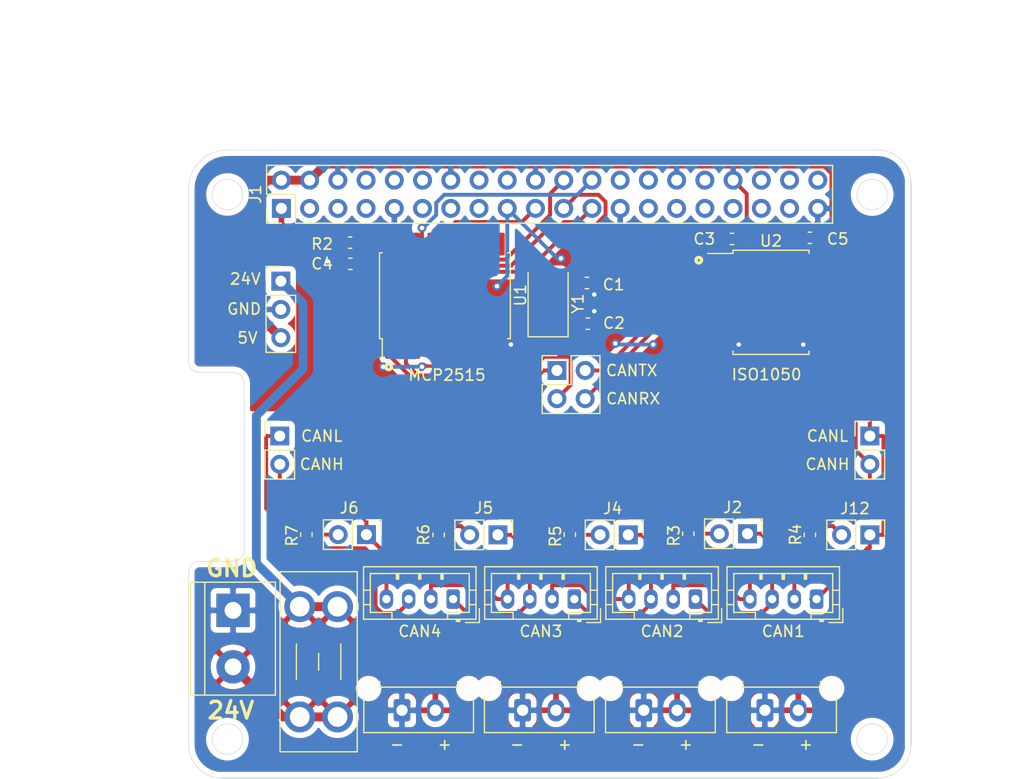
<source format=kicad_pcb>
(kicad_pcb (version 20171130) (host pcbnew "(5.1.5)-3")
  (layers (0 F.Cu signal) (31 B.Cu signal) (34 B.Paste user) (35 F.Paste user) (36 B.SilkS user) (37 F.SilkS user) (38 B.Mask user) (39 F.Mask user) (44 Edge.Cuts user))
  (net 0 "")
  (net 1 GND)
  (net 2 "Net-(C1-Pad1)")
  (net 3 "Net-(C2-Pad1)")
  (net 4 +3V3)
  (net 5 GPIO25)
  (net 6 "Net-(J2-Pad2)")
  (net 7 CANL)
  (net 8 CANH)
  (net 9 "Net-(J4-Pad2)")
  (net 10 "Net-(J5-Pad2)")
  (net 11 "Net-(J6-Pad2)")
  (net 12 "Net-(R2-Pad1)")
  (net 13 MOSI)
  (net 14 MISO)
  (net 15 SCK)
  (net 16 CS)
  (net 17 "Net-(CAN1-Pad3)")
  (net 18 "Net-(CAN1-Pad4)")
  (net 19 "Net-(CAN2-Pad4)")
  (net 20 "Net-(CAN2-Pad3)")
  (net 21 "Net-(CAN3-Pad3)")
  (net 22 "Net-(CAN3-Pad4)")
  (net 23 "Net-(CAN4-Pad4)")
  (net 24 "Net-(CAN4-Pad3)")
  (net 25 "Net-(J11-Pad1)")
  (net 26 "Net-(J11-Pad3)")
  (net 27 "Net-(J12-Pad2)")
  (net 28 /CANTX)
  (net 29 /CANRX)
  (net 30 +5V)
  (net 31 VDC)
  (net 32 "Net-(F1-Pad1)")
  (module Capacitor_SMD:C_0603_1608Metric (layer F.Cu) (at 135.8391 111.9632)
    (fp_text reference C1 (at 2.4 0.15) (layer F.SilkS))
    (fp_text value 22p)
    (pad 2 smd roundrect (at 0.7875 0) (size 0.875 0.95) (layers F.Cu F.Paste F.Mask) (net 1 GND))
    (pad 1 smd roundrect (at -0.7875 0) (size 0.875 0.95) (layers F.Cu F.Paste F.Mask) (net 2 "Net-(C1-Pad1)"))
  )
  (module Capacitor_SMD:C_0603_1608Metric (layer F.Cu) (at 135.9154 115.6208)
    (fp_text reference C2 (at 2.35 -0.05) (layer F.SilkS))
    (fp_text value 22p)
    (pad 1 smd roundrect (at -0.7875 0) (size 0.875 0.95) (layers F.Cu F.Paste F.Mask) (net 3 "Net-(C2-Pad1)"))
    (pad 2 smd roundrect (at 0.7875 0) (size 0.875 0.95) (layers F.Cu F.Paste F.Mask) (net 1 GND))
  )
  (module Connector_PinHeader_2.54mm:PinHeader_2x20_P2.54mm_Vertical (layer F.Cu) (at 108.35 105.25 90)
    (fp_text reference J1 (at 1.27 -2.33 90) (layer F.SilkS))
    (fp_text value Raspberry_Pi_2_3)
    (pad 1 thru_hole rect (at 0 0 90) (size 1.7 1.7) (drill 1) (layers *.Cu *.Mask) (net 4 +3V3))
    (pad 2 thru_hole oval (at 2.54 0 90) (size 1.7 1.7) (drill 1) (layers *.Cu *.Mask) (net 30 +5V))
    (pad 3 thru_hole oval (at 0 2.54 90) (size 1.7 1.7) (drill 1) (layers *.Cu *.Mask))
    (pad 4 thru_hole oval (at 2.54 2.54 90) (size 1.7 1.7) (drill 1) (layers *.Cu *.Mask) (net 30 +5V))
    (pad 5 thru_hole oval (at 0 5.08 90) (size 1.7 1.7) (drill 1) (layers *.Cu *.Mask))
    (pad 6 thru_hole oval (at 2.54 5.08 90) (size 1.7 1.7) (drill 1) (layers *.Cu *.Mask) (net 1 GND))
    (pad 7 thru_hole oval (at 0 7.62 90) (size 1.7 1.7) (drill 1) (layers *.Cu *.Mask))
    (pad 8 thru_hole oval (at 2.54 7.62 90) (size 1.7 1.7) (drill 1) (layers *.Cu *.Mask))
    (pad 9 thru_hole oval (at 0 10.16 90) (size 1.7 1.7) (drill 1) (layers *.Cu *.Mask) (net 1 GND))
    (pad 10 thru_hole oval (at 2.54 10.16 90) (size 1.7 1.7) (drill 1) (layers *.Cu *.Mask))
    (pad 11 thru_hole oval (at 0 12.7 90) (size 1.7 1.7) (drill 1) (layers *.Cu *.Mask))
    (pad 12 thru_hole oval (at 2.54 12.7 90) (size 1.7 1.7) (drill 1) (layers *.Cu *.Mask))
    (pad 13 thru_hole oval (at 0 15.24 90) (size 1.7 1.7) (drill 1) (layers *.Cu *.Mask))
    (pad 14 thru_hole oval (at 2.54 15.24 90) (size 1.7 1.7) (drill 1) (layers *.Cu *.Mask) (net 1 GND))
    (pad 15 thru_hole oval (at 0 17.78 90) (size 1.7 1.7) (drill 1) (layers *.Cu *.Mask))
    (pad 16 thru_hole oval (at 2.54 17.78 90) (size 1.7 1.7) (drill 1) (layers *.Cu *.Mask))
    (pad 17 thru_hole oval (at 0 20.32 90) (size 1.7 1.7) (drill 1) (layers *.Cu *.Mask) (net 4 +3V3))
    (pad 18 thru_hole oval (at 2.54 20.32 90) (size 1.7 1.7) (drill 1) (layers *.Cu *.Mask))
    (pad 19 thru_hole oval (at 0 22.86 90) (size 1.7 1.7) (drill 1) (layers *.Cu *.Mask) (net 13 MOSI))
    (pad 20 thru_hole oval (at 2.54 22.86 90) (size 1.7 1.7) (drill 1) (layers *.Cu *.Mask) (net 1 GND))
    (pad 21 thru_hole oval (at 0 25.4 90) (size 1.7 1.7) (drill 1) (layers *.Cu *.Mask) (net 14 MISO))
    (pad 22 thru_hole oval (at 2.54 25.4 90) (size 1.7 1.7) (drill 1) (layers *.Cu *.Mask) (net 5 GPIO25))
    (pad 23 thru_hole oval (at 0 27.94 90) (size 1.7 1.7) (drill 1) (layers *.Cu *.Mask) (net 15 SCK))
    (pad 24 thru_hole oval (at 2.54 27.94 90) (size 1.7 1.7) (drill 1) (layers *.Cu *.Mask) (net 16 CS))
    (pad 25 thru_hole oval (at 0 30.48 90) (size 1.7 1.7) (drill 1) (layers *.Cu *.Mask) (net 1 GND))
    (pad 26 thru_hole oval (at 2.54 30.48 90) (size 1.7 1.7) (drill 1) (layers *.Cu *.Mask))
    (pad 27 thru_hole oval (at 0 33.02 90) (size 1.7 1.7) (drill 1) (layers *.Cu *.Mask))
    (pad 28 thru_hole oval (at 2.54 33.02 90) (size 1.7 1.7) (drill 1) (layers *.Cu *.Mask))
    (pad 29 thru_hole oval (at 0 35.56 90) (size 1.7 1.7) (drill 1) (layers *.Cu *.Mask))
    (pad 30 thru_hole oval (at 2.54 35.56 90) (size 1.7 1.7) (drill 1) (layers *.Cu *.Mask) (net 1 GND))
    (pad 31 thru_hole oval (at 0 38.1 90) (size 1.7 1.7) (drill 1) (layers *.Cu *.Mask))
    (pad 32 thru_hole oval (at 2.54 38.1 90) (size 1.7 1.7) (drill 1) (layers *.Cu *.Mask))
    (pad 33 thru_hole oval (at 0 40.64 90) (size 1.7 1.7) (drill 1) (layers *.Cu *.Mask))
    (pad 34 thru_hole oval (at 2.54 40.64 90) (size 1.7 1.7) (drill 1) (layers *.Cu *.Mask) (net 1 GND))
    (pad 35 thru_hole oval (at 0 43.18 90) (size 1.7 1.7) (drill 1) (layers *.Cu *.Mask))
    (pad 36 thru_hole oval (at 2.54 43.18 90) (size 1.7 1.7) (drill 1) (layers *.Cu *.Mask))
    (pad 37 thru_hole oval (at 0 45.72 90) (size 1.7 1.7) (drill 1) (layers *.Cu *.Mask))
    (pad 38 thru_hole oval (at 2.54 45.72 90) (size 1.7 1.7) (drill 1) (layers *.Cu *.Mask))
    (pad 39 thru_hole oval (at 0 48.26 90) (size 1.7 1.7) (drill 1) (layers *.Cu *.Mask) (net 1 GND))
    (pad 40 thru_hole oval (at 2.54 48.26 90) (size 1.7 1.7) (drill 1) (layers *.Cu *.Mask))
  )
  (module Connector_PinHeader_2.54mm:PinHeader_1x02_P2.54mm_Vertical (layer F.Cu) (at 150.29 134.52 270)
    (fp_text reference J2 (at -2.37 1.34 180) (layer F.SilkS))
    (fp_text value Conn_01x02)
    (pad 1 thru_hole rect (at 0 0 270) (size 1.7 1.7) (drill 1) (layers *.Cu *.Mask) (net 17 "Net-(CAN1-Pad3)"))
    (pad 2 thru_hole oval (at 0 2.54 270) (size 1.7 1.7) (drill 1) (layers *.Cu *.Mask) (net 6 "Net-(J2-Pad2)"))
  )
  (module Connector_JST:JST_PH_B4B-PH-K_1x04_P2.00mm_Vertical (layer F.Cu) (at 156.5 140.4 180)
    (fp_text reference CAN1 (at 3 -2.9) (layer F.SilkS))
    (fp_text value Conn_01x04)
    (pad 1 thru_hole roundrect (at 0 0 180) (size 1.2 1.75) (drill 0.75) (layers *.Cu *.Mask) (roundrect_rratio 0.208333) (net 7 CANL))
    (pad 2 thru_hole oval (at 2 0 180) (size 1.2 1.75) (drill 0.75) (layers *.Cu *.Mask) (net 8 CANH))
    (pad 3 thru_hole oval (at 4 0 180) (size 1.2 1.75) (drill 0.75) (layers *.Cu *.Mask) (net 17 "Net-(CAN1-Pad3)"))
    (pad 4 thru_hole oval (at 6 0 180) (size 1.2 1.75) (drill 0.75) (layers *.Cu *.Mask) (net 18 "Net-(CAN1-Pad4)"))
  )
  (module Connector_PinHeader_2.54mm:PinHeader_1x02_P2.54mm_Vertical (layer F.Cu) (at 139.56 134.62 270)
    (fp_text reference J4 (at -2.37 1.41 180) (layer F.SilkS))
    (fp_text value Conn_01x02)
    (pad 2 thru_hole oval (at 0 2.54 270) (size 1.7 1.7) (drill 1) (layers *.Cu *.Mask) (net 9 "Net-(J4-Pad2)"))
    (pad 1 thru_hole rect (at 0 0 270) (size 1.7 1.7) (drill 1) (layers *.Cu *.Mask) (net 20 "Net-(CAN2-Pad3)"))
  )
  (module Connector_PinHeader_2.54mm:PinHeader_1x02_P2.54mm_Vertical (layer F.Cu) (at 127.83 134.62 270)
    (fp_text reference J5 (at -2.42 1.28 180) (layer F.SilkS))
    (fp_text value Conn_01x02)
    (pad 1 thru_hole rect (at 0 0 270) (size 1.7 1.7) (drill 1) (layers *.Cu *.Mask) (net 21 "Net-(CAN3-Pad3)"))
    (pad 2 thru_hole oval (at 0 2.54 270) (size 1.7 1.7) (drill 1) (layers *.Cu *.Mask) (net 10 "Net-(J5-Pad2)"))
  )
  (module Connector_PinHeader_2.54mm:PinHeader_1x02_P2.54mm_Vertical (layer F.Cu) (at 116 134.6 270)
    (fp_text reference J6 (at -2.4 1.55 180) (layer F.SilkS))
    (fp_text value Conn_01x02)
    (pad 2 thru_hole oval (at 0 2.54 270) (size 1.7 1.7) (drill 1) (layers *.Cu *.Mask) (net 11 "Net-(J6-Pad2)"))
    (pad 1 thru_hole rect (at 0 0 270) (size 1.7 1.7) (drill 1) (layers *.Cu *.Mask) (net 23 "Net-(CAN4-Pad4)"))
  )
  (module Connector_JST:JST_PH_B4B-PH-K_1x04_P2.00mm_Vertical (layer F.Cu) (at 145.6 140.4 180)
    (fp_text reference CAN2 (at 3 -2.9) (layer F.SilkS))
    (fp_text value Conn_01x04)
    (pad 4 thru_hole oval (at 6 0 180) (size 1.2 1.75) (drill 0.75) (layers *.Cu *.Mask) (net 19 "Net-(CAN2-Pad4)"))
    (pad 3 thru_hole oval (at 4 0 180) (size 1.2 1.75) (drill 0.75) (layers *.Cu *.Mask) (net 20 "Net-(CAN2-Pad3)"))
    (pad 2 thru_hole oval (at 2 0 180) (size 1.2 1.75) (drill 0.75) (layers *.Cu *.Mask) (net 18 "Net-(CAN1-Pad4)"))
    (pad 1 thru_hole roundrect (at 0 0 180) (size 1.2 1.75) (drill 0.75) (layers *.Cu *.Mask) (roundrect_rratio 0.208333) (net 17 "Net-(CAN1-Pad3)"))
  )
  (module Connector_JST:JST_PH_B4B-PH-K_1x04_P2.00mm_Vertical (layer F.Cu) (at 134.7 140.4 180)
    (fp_text reference CAN3 (at 3 -2.9) (layer F.SilkS))
    (fp_text value Conn_01x04)
    (pad 1 thru_hole roundrect (at 0 0 180) (size 1.2 1.75) (drill 0.75) (layers *.Cu *.Mask) (roundrect_rratio 0.208333) (net 20 "Net-(CAN2-Pad3)"))
    (pad 2 thru_hole oval (at 2 0 180) (size 1.2 1.75) (drill 0.75) (layers *.Cu *.Mask) (net 19 "Net-(CAN2-Pad4)"))
    (pad 3 thru_hole oval (at 4 0 180) (size 1.2 1.75) (drill 0.75) (layers *.Cu *.Mask) (net 21 "Net-(CAN3-Pad3)"))
    (pad 4 thru_hole oval (at 6 0 180) (size 1.2 1.75) (drill 0.75) (layers *.Cu *.Mask) (net 22 "Net-(CAN3-Pad4)"))
  )
  (module Connector_JST:JST_PH_B4B-PH-K_1x04_P2.00mm_Vertical (layer F.Cu) (at 123.8 140.4 180)
    (fp_text reference CAN4 (at 3 -2.9) (layer F.SilkS))
    (fp_text value Conn_01x04)
    (pad 4 thru_hole oval (at 6 0 180) (size 1.2 1.75) (drill 0.75) (layers *.Cu *.Mask) (net 23 "Net-(CAN4-Pad4)"))
    (pad 3 thru_hole oval (at 4 0 180) (size 1.2 1.75) (drill 0.75) (layers *.Cu *.Mask) (net 24 "Net-(CAN4-Pad3)"))
    (pad 2 thru_hole oval (at 2 0 180) (size 1.2 1.75) (drill 0.75) (layers *.Cu *.Mask) (net 22 "Net-(CAN3-Pad4)"))
    (pad 1 thru_hole roundrect (at 0 0 180) (size 1.2 1.75) (drill 0.75) (layers *.Cu *.Mask) (roundrect_rratio 0.208333) (net 21 "Net-(CAN3-Pad3)"))
  )
  (module Resistor_SMD:R_0603_1608Metric (layer F.Cu) (at 114.5286 108.331)
    (fp_text reference R2 (at -2.5146 0.127) (layer F.SilkS))
    (fp_text value 10k)
    (pad 1 smd roundrect (at -0.7875 0) (size 0.875 0.95) (layers F.Cu F.Paste F.Mask) (net 12 "Net-(R2-Pad1)"))
    (pad 2 smd roundrect (at 0.7875 0) (size 0.875 0.95) (layers F.Cu F.Paste F.Mask) (net 4 +3V3))
  )
  (module Resistor_SMD:R_0603_1608Metric (layer F.Cu) (at 144.956 134.52 270)
    (fp_text reference R3 (at 0.18 1.3 90) (layer F.SilkS))
    (fp_text value 120R)
    (pad 1 smd roundrect (at -0.7875 0 270) (size 0.875 0.95) (layers F.Cu F.Paste F.Mask) (net 6 "Net-(J2-Pad2)"))
    (pad 2 smd roundrect (at 0.7875 0 270) (size 0.875 0.95) (layers F.Cu F.Paste F.Mask) (net 18 "Net-(CAN1-Pad4)"))
  )
  (module Resistor_SMD:R_0603_1608Metric (layer F.Cu) (at 155.9 134.62 90)
    (fp_text reference R4 (at 0.02 -1.3 90) (layer F.SilkS))
    (fp_text value 120R)
    (pad 2 smd roundrect (at 0.7875 0 90) (size 0.875 0.95) (layers F.Cu F.Paste F.Mask) (net 27 "Net-(J12-Pad2)"))
    (pad 1 smd roundrect (at -0.7875 0 90) (size 0.875 0.95) (layers F.Cu F.Paste F.Mask) (net 8 CANH))
  )
  (module Resistor_SMD:R_0603_1608Metric (layer F.Cu) (at 134.3 134.6 270)
    (fp_text reference R5 (at 0.15 1.3 90) (layer F.SilkS))
    (fp_text value 120R)
    (pad 1 smd roundrect (at -0.7875 0 270) (size 0.875 0.95) (layers F.Cu F.Paste F.Mask) (net 9 "Net-(J4-Pad2)"))
    (pad 2 smd roundrect (at 0.7875 0 270) (size 0.875 0.95) (layers F.Cu F.Paste F.Mask) (net 19 "Net-(CAN2-Pad4)"))
  )
  (module Resistor_SMD:R_0603_1608Metric (layer F.Cu) (at 122.5 134.62 270)
    (fp_text reference R6 (at 0 1.35 90) (layer F.SilkS))
    (fp_text value 120R)
    (pad 2 smd roundrect (at 0.7875 0 270) (size 0.875 0.95) (layers F.Cu F.Paste F.Mask) (net 22 "Net-(CAN3-Pad4)"))
    (pad 1 smd roundrect (at -0.7875 0 270) (size 0.875 0.95) (layers F.Cu F.Paste F.Mask) (net 10 "Net-(J5-Pad2)"))
  )
  (module Resistor_SMD:R_0603_1608Metric (layer F.Cu) (at 110.6 134.6 270)
    (fp_text reference R7 (at 0.1 1.3 90) (layer F.SilkS))
    (fp_text value 120R)
    (pad 1 smd roundrect (at -0.7875 0 270) (size 0.875 0.95) (layers F.Cu F.Paste F.Mask) (net 11 "Net-(J6-Pad2)"))
    (pad 2 smd roundrect (at 0.7875 0 270) (size 0.875 0.95) (layers F.Cu F.Paste F.Mask) (net 24 "Net-(CAN4-Pad3)"))
  )
  (module Package_SO:SOIC-18W_7.5x11.6mm_P1.27mm (layer F.Cu) (at 123.063 113.1062 90)
    (fp_text reference U1 (at 0.0432 6.796 270) (layer F.SilkS))
    (fp_text value MCP2515-xSO)
    (pad 1 smd roundrect (at -4.65 -5.08 90) (size 2.05 0.6) (layers F.Cu F.Paste F.Mask) (net 25 "Net-(J11-Pad1)"))
    (pad 2 smd roundrect (at -4.65 -3.81 90) (size 2.05 0.6) (layers F.Cu F.Paste F.Mask) (net 26 "Net-(J11-Pad3)"))
    (pad 3 smd roundrect (at -4.65 -2.54 90) (size 2.05 0.6) (layers F.Cu F.Paste F.Mask))
    (pad 4 smd roundrect (at -4.65 -1.27 90) (size 2.05 0.6) (layers F.Cu F.Paste F.Mask))
    (pad 5 smd roundrect (at -4.65 0 90) (size 2.05 0.6) (layers F.Cu F.Paste F.Mask))
    (pad 6 smd roundrect (at -4.65 1.27 90) (size 2.05 0.6) (layers F.Cu F.Paste F.Mask))
    (pad 7 smd roundrect (at -4.65 2.54 90) (size 2.05 0.6) (layers F.Cu F.Paste F.Mask) (net 2 "Net-(C1-Pad1)"))
    (pad 8 smd roundrect (at -4.65 3.81 90) (size 2.05 0.6) (layers F.Cu F.Paste F.Mask) (net 3 "Net-(C2-Pad1)"))
    (pad 9 smd roundrect (at -4.65 5.08 90) (size 2.05 0.6) (layers F.Cu F.Paste F.Mask) (net 1 GND))
    (pad 10 smd roundrect (at 4.65 5.08 90) (size 2.05 0.6) (layers F.Cu F.Paste F.Mask))
    (pad 11 smd roundrect (at 4.65 3.81 90) (size 2.05 0.6) (layers F.Cu F.Paste F.Mask))
    (pad 12 smd roundrect (at 4.65 2.54 90) (size 2.05 0.6) (layers F.Cu F.Paste F.Mask) (net 5 GPIO25))
    (pad 13 smd roundrect (at 4.65 1.27 90) (size 2.05 0.6) (layers F.Cu F.Paste F.Mask) (net 15 SCK))
    (pad 14 smd roundrect (at 4.65 0 90) (size 2.05 0.6) (layers F.Cu F.Paste F.Mask) (net 13 MOSI))
    (pad 15 smd roundrect (at 4.65 -1.27 90) (size 2.05 0.6) (layers F.Cu F.Paste F.Mask) (net 14 MISO))
    (pad 16 smd roundrect (at 4.65 -2.54 90) (size 2.05 0.6) (layers F.Cu F.Paste F.Mask) (net 16 CS))
    (pad 17 smd roundrect (at 4.65 -3.81 90) (size 2.05 0.6) (layers F.Cu F.Paste F.Mask) (net 12 "Net-(R2-Pad1)"))
    (pad 18 smd roundrect (at 4.65 -5.08 90) (size 2.05 0.6) (layers F.Cu F.Paste F.Mask) (net 4 +3V3))
  )
  (module Crystal:Crystal_SMD_5032-2Pin_5.0x3.2mm (layer F.Cu) (at 132.3442 113.7526 90)
    (fp_text reference Y1 (at -0.0648 2.6822 90) (layer F.SilkS))
    (fp_text value Crystal)
    (pad 1 smd rect (at -1.85 0 90) (size 2 2.4) (layers F.Cu F.Paste F.Mask) (net 3 "Net-(C2-Pad1)"))
    (pad 2 smd rect (at 1.85 0 90) (size 2 2.4) (layers F.Cu F.Paste F.Mask) (net 2 "Net-(C1-Pad1)"))
  )
  (module TerminalBlock:TerminalBlock_bornier-2_P5.08mm (layer F.Cu) (at 104 141.416 270)
    (fp_text reference J3 hide)
    (fp_text value Conn_01x02)
    (pad 1 thru_hole rect (at 0 0 270) (size 3 3) (drill 1.52) (layers *.Cu *.Mask) (net 1 GND))
    (pad 2 thru_hole circle (at 5.08 0 270) (size 3 3) (drill 1.52) (layers *.Cu *.Mask) (net 32 "Net-(F1-Pad1)"))
  )
  (module Capacitor_SMD:C_0603_1608Metric (layer F.Cu) (at 148.9 108 180)
    (fp_text reference C3 (at 2.5 0) (layer F.SilkS))
    (fp_text value 0.1uF)
    (pad 1 smd roundrect (at -0.7875 0 180) (size 0.875 0.95) (layers F.Cu F.Paste F.Mask) (net 1 GND))
    (pad 2 smd roundrect (at 0.7875 0 180) (size 0.875 0.95) (layers F.Cu F.Paste F.Mask) (net 4 +3V3))
  )
  (module Capacitor_SMD:C_0603_1608Metric (layer F.Cu) (at 114.554 110.236)
    (fp_text reference C4 (at -2.54 0) (layer F.SilkS))
    (fp_text value 0.1uF)
    (pad 2 smd roundrect (at 0.7875 0) (size 0.875 0.95) (layers F.Cu F.Paste F.Mask) (net 4 +3V3))
    (pad 1 smd roundrect (at -0.7875 0) (size 0.875 0.95) (layers F.Cu F.Paste F.Mask) (net 1 GND))
  )
  (module Connector_PinHeader_2.54mm:PinHeader_2x02_P2.54mm_Vertical (layer F.Cu) (at 133.14 119.83)
    (fp_text reference J11 hide)
    (fp_text value Conn_02x02_Odd_Even)
    (pad 1 thru_hole rect (at 0 0) (size 1.7 1.7) (drill 1) (layers *.Cu *.Mask) (net 25 "Net-(J11-Pad1)"))
    (pad 2 thru_hole oval (at 2.54 0) (size 1.7 1.7) (drill 1) (layers *.Cu *.Mask) (net 28 /CANTX))
    (pad 3 thru_hole oval (at 0 2.54) (size 1.7 1.7) (drill 1) (layers *.Cu *.Mask) (net 26 "Net-(J11-Pad3)"))
    (pad 4 thru_hole oval (at 2.54 2.54) (size 1.7 1.7) (drill 1) (layers *.Cu *.Mask) (net 29 /CANRX))
  )
  (module Connector_PinHeader_2.54mm:PinHeader_1x02_P2.54mm_Vertical (layer F.Cu) (at 161.29 134.62 270)
    (fp_text reference J12 (at -2.37 1.34 180) (layer F.SilkS))
    (fp_text value Conn_01x02)
    (pad 2 thru_hole oval (at 0 2.54 270) (size 1.7 1.7) (drill 1) (layers *.Cu *.Mask) (net 27 "Net-(J12-Pad2)"))
    (pad 1 thru_hole rect (at 0 0 270) (size 1.7 1.7) (drill 1) (layers *.Cu *.Mask) (net 7 CANL))
  )
  (module Connector_PinHeader_2.54mm:PinHeader_1x02_P2.54mm_Vertical (layer F.Cu) (at 161.29 125.73)
    (fp_text reference J13 hide)
    (fp_text value Conn_01x02)
    (pad 1 thru_hole rect (at 0 0) (size 1.7 1.7) (drill 1) (layers *.Cu *.Mask) (net 7 CANL))
    (pad 2 thru_hole oval (at 0 2.54) (size 1.7 1.7) (drill 1) (layers *.Cu *.Mask) (net 8 CANH))
  )
  (module Connector_PinHeader_2.54mm:PinHeader_1x02_P2.54mm_Vertical (layer F.Cu) (at 108.204 125.73)
    (fp_text reference J14 hide)
    (fp_text value Conn_01x02)
    (pad 1 thru_hole rect (at 0 0) (size 1.7 1.7) (drill 1) (layers *.Cu *.Mask) (net 24 "Net-(CAN4-Pad3)"))
    (pad 2 thru_hole oval (at 0 2.54) (size 1.7 1.7) (drill 1) (layers *.Cu *.Mask) (net 23 "Net-(CAN4-Pad4)"))
  )
  (module Connector_PinHeader_2.54mm:PinHeader_1x03_P2.54mm_Vertical (layer F.Cu) (at 108.3 111.8)
    (fp_text reference J15 hide)
    (fp_text value Conn_01x04)
    (pad 1 thru_hole rect (at 0 0) (size 1.7 1.7) (drill 1) (layers *.Cu *.Mask) (net 31 VDC))
    (pad 2 thru_hole oval (at 0 2.54) (size 1.7 1.7) (drill 1) (layers *.Cu *.Mask) (net 1 GND))
    (pad 3 thru_hole oval (at 0 5.08) (size 1.7 1.7) (drill 1) (layers *.Cu *.Mask) (net 30 +5V))
  )
  (module Package_SO:SOP-8_6.62x9.15mm_P2.54mm (layer F.Cu) (at 152.4 113.7)
    (fp_text reference U2 (at 0 -5.52) (layer F.SilkS))
    (fp_text value ISO1050DUB)
    (pad 1 smd roundrect (at -4.525 -3.81) (size 2.35 0.65) (layers F.Cu F.Paste F.Mask) (net 4 +3V3))
    (pad 2 smd roundrect (at -4.525 -1.27) (size 2.35 0.65) (layers F.Cu F.Paste F.Mask) (net 28 /CANTX))
    (pad 3 smd roundrect (at -4.525 1.27) (size 2.35 0.65) (layers F.Cu F.Paste F.Mask) (net 29 /CANRX))
    (pad 4 smd roundrect (at -4.525 3.81) (size 2.35 0.65) (layers F.Cu F.Paste F.Mask) (net 1 GND))
    (pad 5 smd roundrect (at 4.525 3.81) (size 2.35 0.65) (layers F.Cu F.Paste F.Mask) (net 1 GND))
    (pad 6 smd roundrect (at 4.525 1.27) (size 2.35 0.65) (layers F.Cu F.Paste F.Mask) (net 7 CANL))
    (pad 7 smd roundrect (at 4.525 -1.27) (size 2.35 0.65) (layers F.Cu F.Paste F.Mask) (net 8 CANH))
    (pad 8 smd roundrect (at 4.525 -3.81) (size 2.35 0.65) (layers F.Cu F.Paste F.Mask) (net 30 +5V))
  )
  (module Capacitor_SMD:C_0603_1608Metric (layer F.Cu) (at 155.9 107.9)
    (fp_text reference C5 (at 2.5 0.1) (layer F.SilkS))
    (fp_text value 0.1uF)
    (pad 1 smd roundrect (at -0.7875 0) (size 0.875 0.95) (layers F.Cu F.Paste F.Mask) (net 1 GND))
    (pad 2 smd roundrect (at 0.7875 0) (size 0.875 0.95) (layers F.Cu F.Paste F.Mask) (net 30 +5V))
  )
  (module Fuse:Fuseholder_Blade_Mini_Keystone_3568 (layer F.Cu) (at 110 151 90)
    (fp_text reference F1 hide)
    (fp_text value Fuse)
    (pad 1 thru_hole circle (at 0 0 90) (size 2.78 2.78) (drill 1.78) (layers *.Cu *.Mask) (net 32 "Net-(F1-Pad1)"))
    (pad 1 thru_hole circle (at 0 3.4 90) (size 2.78 2.78) (drill 1.78) (layers *.Cu *.Mask) (net 32 "Net-(F1-Pad1)"))
    (pad 2 thru_hole circle (at 9.92 0 90) (size 2.78 2.78) (drill 1.78) (layers *.Cu *.Mask) (net 31 VDC))
    (pad 2 thru_hole circle (at 9.92 3.4 90) (size 2.78 2.78) (drill 1.78) (layers *.Cu *.Mask) (net 31 VDC))
  )
  (module Connector_Molex:Molex_Micro-Fit_3.0_43650-0215_1x02_P3.00mm_Vertical (layer F.Cu) (at 151.85 150.4)
    (fp_text reference J7 hide)
    (fp_text value Conn_01x02)
    (pad "" np_thru_hole circle (at -3 -1.96) (size 1.27 1.27) (drill 1.27) (layers *.Cu *.Mask))
    (pad "" np_thru_hole circle (at 6 -1.96) (size 1.27 1.27) (drill 1.27) (layers *.Cu *.Mask))
    (pad 1 thru_hole roundrect (at 0 0) (size 1.5 2.02) (drill 1.02) (layers *.Cu *.Mask) (roundrect_rratio 0.166667) (net 1 GND))
    (pad 2 thru_hole oval (at 3 0) (size 1.5 2.02) (drill 1.02) (layers *.Cu *.Mask) (net 31 VDC))
  )
  (module Connector_Molex:Molex_Micro-Fit_3.0_43650-0215_1x02_P3.00mm_Vertical (layer F.Cu) (at 140.95 150.4)
    (fp_text reference J8 hide)
    (fp_text value Conn_01x02)
    (pad "" np_thru_hole circle (at -3 -1.96) (size 1.27 1.27) (drill 1.27) (layers *.Cu *.Mask))
    (pad "" np_thru_hole circle (at 6 -1.96) (size 1.27 1.27) (drill 1.27) (layers *.Cu *.Mask))
    (pad 1 thru_hole roundrect (at 0 0) (size 1.5 2.02) (drill 1.02) (layers *.Cu *.Mask) (roundrect_rratio 0.166667) (net 1 GND))
    (pad 2 thru_hole oval (at 3 0) (size 1.5 2.02) (drill 1.02) (layers *.Cu *.Mask) (net 31 VDC))
  )
  (module Connector_Molex:Molex_Micro-Fit_3.0_43650-0215_1x02_P3.00mm_Vertical (layer F.Cu) (at 130.05 150.4)
    (fp_text reference J9 hide)
    (fp_text value Conn_01x02)
    (pad 2 thru_hole oval (at 3 0) (size 1.5 2.02) (drill 1.02) (layers *.Cu *.Mask) (net 31 VDC))
    (pad 1 thru_hole roundrect (at 0 0) (size 1.5 2.02) (drill 1.02) (layers *.Cu *.Mask) (roundrect_rratio 0.166667) (net 1 GND))
    (pad "" np_thru_hole circle (at 6 -1.96) (size 1.27 1.27) (drill 1.27) (layers *.Cu *.Mask))
    (pad "" np_thru_hole circle (at -3 -1.96) (size 1.27 1.27) (drill 1.27) (layers *.Cu *.Mask))
  )
  (module Connector_Molex:Molex_Micro-Fit_3.0_43650-0215_1x02_P3.00mm_Vertical (layer F.Cu) (at 119.2 150.4)
    (fp_text reference J10 hide)
    (fp_text value Conn_01x02)
    (pad "" np_thru_hole circle (at -3 -1.96) (size 1.27 1.27) (drill 1.27) (layers *.Cu *.Mask))
    (pad "" np_thru_hole circle (at 6 -1.96) (size 1.27 1.27) (drill 1.27) (layers *.Cu *.Mask))
    (pad 1 thru_hole roundrect (at 0 0) (size 1.5 2.02) (drill 1.02) (layers *.Cu *.Mask) (roundrect_rratio 0.166667) (net 1 GND))
    (pad 2 thru_hole oval (at 3 0) (size 1.5 2.02) (drill 1.02) (layers *.Cu *.Mask) (net 31 VDC))
  )
  (gr_text "+    -" (at 153.4 153.6 180) (layer F.SilkS) (effects (font (size 1 1))))
  (gr_text "+    -" (at 142.6 153.6 180) (layer F.SilkS) (effects (font (size 1 1))))
  (gr_text "+    -" (at 131.7 153.6 180) (layer F.SilkS) (effects (font (size 1 1))))
  (gr_text "+    -" (at 120.9 153.6 180) (layer F.SilkS) (effects (font (size 1 1))))
  (gr_circle (center 117.9998 119.5095) (end 118.0998 119.5095) (layer F.SilkS) (width 0.3))
  (gr_circle (center 145.8998 109.9095) (end 145.9998 109.9095) (layer F.SilkS) (width 0.3))
  (gr_text 24V (at 105.1 111.6) (layer F.SilkS) (effects (font (size 1 1))))
  (gr_text GND (at 105 114.3) (layer F.SilkS) (effects (font (size 1 1))))
  (gr_text 5V (at 105.3 116.9) (layer F.SilkS) (effects (font (size 1 1))))
  (gr_text ISO1050 (at 152 120.2) (layer F.SilkS) (effects (font (size 1 1))))
  (gr_text MCP2515 (at 123.25 120.25) (layer F.SilkS) (effects (font (size 1 1))))
  (gr_text CANH (at 111.98 128.27) (layer F.SilkS) (effects (font (size 1 1))))
  (gr_text CANL (at 111.98 125.73) (layer F.SilkS) (effects (font (size 1 1))))
  (gr_text CANRX (at 139.998 122.37) (layer F.SilkS) (effects (font (size 1 1))))
  (gr_text CANTX (at 137.458 119.83) (layer F.SilkS) (effects (font (size 1 1)) (justify left)))
  (gr_text CANL (at 157.48 125.73) (layer F.SilkS) (effects (font (size 1 1))))
  (gr_text CANH (at 157.48 128.27) (layer F.SilkS) (effects (font (size 1 1))))
  (gr_line (start 100 103.5) (end 100 119) (layer Edge.Cuts) (width 0.05))
  (gr_arc (start 101 138) (end 101 137) (angle -90) (layer Edge.Cuts) (width 0.05))
  (gr_arc (start 104 136) (end 104 137) (angle -90) (layer Edge.Cuts) (width 0.05))
  (gr_arc (start 104 121) (end 105 121) (angle -90) (layer Edge.Cuts) (width 0.05))
  (gr_arc (start 101 119) (end 100 119) (angle -90) (layer Edge.Cuts) (width 0.05))
  (gr_line (start 104 137) (end 101 137) (layer Edge.Cuts) (width 0.05))
  (gr_line (start 105 121) (end 105 136) (layer Edge.Cuts) (width 0.05))
  (gr_line (start 101 120) (end 104 120) (layer Edge.Cuts) (width 0.05))
  (gr_text 24V (at 103.8 150.416) (layer F.SilkS) (effects (font (size 1.5 1.5) (thickness 0.3))))
  (gr_text GND (at 103.886 137.616) (layer F.SilkS) (effects (font (size 1.5 1.5) (thickness 0.3))))
  (gr_line (start 100 153.5) (end 100 138) (layer Edge.Cuts) (width 0.05))
  (gr_line (start 103.5 100) (end 161.95 100) (layer Edge.Cuts) (width 0.05))
  (gr_line (start 161.95 100) (end 162 100) (layer Edge.Cuts) (width 0.05))
  (gr_circle (center 161.5 153) (end 162.875 153) (layer Edge.Cuts) (width 0.05))
  (gr_circle (center 161.5 104) (end 162.875 104) (layer Edge.Cuts) (width 0.05))
  (gr_circle (center 103.5 104) (end 104.875 104) (layer Edge.Cuts) (width 0.05))
  (gr_circle (center 103.5 153) (end 104.875 153) (layer Edge.Cuts) (width 0.05))
  (gr_arc (start 103 153.5) (end 100 153.5) (angle -90) (layer Edge.Cuts) (width 0.05))
  (gr_arc (start 162 103) (end 165 103) (angle -90) (layer Edge.Cuts) (width 0.05))
  (gr_arc (start 162 153.5) (end 162 156.5) (angle -90) (layer Edge.Cuts) (width 0.05))
  (gr_arc (start 103.5 103.5) (end 103.5 100) (angle -90) (layer Edge.Cuts) (width 0.05))
  (gr_line (start 165 103) (end 165 153.5) (layer Edge.Cuts) (width 0.1))
  (gr_line (start 162 156.5) (end 103 156.5) (layer Edge.Cuts) (width 0.1))
  (via (at 112.5 110) (size 0.8) (drill 0.4) (layers F.Cu B.Cu) (net 1))
  (segment (start 113.7665 110.236) (end 112.736 110.236) (width 0.35) (layer F.Cu) (net 1))
  (segment (start 112.736 110.236) (end 112.5 110) (width 0.35) (layer F.Cu) (net 1))
  (via (at 136.5 113) (size 0.8) (drill 0.4) (layers F.Cu B.Cu) (net 1))
  (segment (start 136.6266 111.9632) (end 136.6266 112.8734) (width 0.35) (layer F.Cu) (net 1))
  (segment (start 136.6266 112.8734) (end 136.5 113) (width 0.35) (layer F.Cu) (net 1))
  (via (at 136.5 114.5) (size 0.8) (drill 0.4) (layers F.Cu B.Cu) (net 1))
  (segment (start 136.7029 115.6208) (end 136.7029 114.7029) (width 0.35) (layer F.Cu) (net 1))
  (segment (start 136.7029 114.7029) (end 136.5 114.5) (width 0.35) (layer F.Cu) (net 1))
  (via (at 129 117.5) (size 0.8) (drill 0.4) (layers F.Cu B.Cu) (net 1))
  (segment (start 128.143 117.7562) (end 128.7438 117.7562) (width 0.35) (layer F.Cu) (net 1))
  (segment (start 128.7438 117.7562) (end 129 117.5) (width 0.35) (layer F.Cu) (net 1))
  (segment (start 147.875 117.51) (end 149.49 117.51) (width 0.35) (layer F.Cu) (net 1))
  (via (at 149.5 117.5) (size 0.8) (drill 0.4) (layers F.Cu B.Cu) (net 1))
  (segment (start 149.49 117.51) (end 149.5 117.5) (width 0.35) (layer F.Cu) (net 1))
  (via (at 155.3 117.5) (size 0.8) (drill 0.4) (layers F.Cu B.Cu) (net 1))
  (segment (start 156.925 117.51) (end 155.31 117.51) (width 0.35) (layer F.Cu) (net 1))
  (segment (start 155.31 117.51) (end 155.3 117.5) (width 0.35) (layer F.Cu) (net 1))
  (segment (start 156.61 106.4025) (end 155.1125 107.9) (width 0.35) (layer F.Cu) (net 1))
  (segment (start 156.61 105.25) (end 156.61 106.4025) (width 0.35) (layer F.Cu) (net 1))
  (segment (start 150.215001 106.997499) (end 150.215001 103.935001) (width 0.35) (layer F.Cu) (net 1))
  (segment (start 149.6875 107.525) (end 150.215001 106.997499) (width 0.35) (layer F.Cu) (net 1))
  (segment (start 150.215001 103.935001) (end 148.99 102.71) (width 0.35) (layer F.Cu) (net 1))
  (segment (start 149.6875 108) (end 149.6875 107.525) (width 0.35) (layer F.Cu) (net 1))
  (segment (start 132.4048 111.9632) (end 132.3442 111.9026) (width 0.35) (layer F.Cu) (net 2))
  (segment (start 135.0516 111.9632) (end 132.4048 111.9632) (width 0.35) (layer F.Cu) (net 2))
  (segment (start 132.3442 111.9026) (end 130.3372 111.9026) (width 0.35) (layer F.Cu) (net 2))
  (segment (start 125.603 116.6368) (end 125.603 117.7562) (width 0.35) (layer F.Cu) (net 2))
  (segment (start 130.3372 111.9026) (end 125.603 116.6368) (width 0.35) (layer F.Cu) (net 2))
  (segment (start 130.7942 115.6026) (end 132.3442 115.6026) (width 0.35) (layer F.Cu) (net 3))
  (segment (start 127.46799 116.663732) (end 128.529122 115.6026) (width 0.35) (layer F.Cu) (net 3))
  (segment (start 127.46799 117.16121) (end 127.46799 116.663732) (width 0.35) (layer F.Cu) (net 3))
  (segment (start 128.529122 115.6026) (end 130.7942 115.6026) (width 0.35) (layer F.Cu) (net 3))
  (segment (start 126.873 117.7562) (end 127.46799 117.16121) (width 0.35) (layer F.Cu) (net 3))
  (segment (start 135.1097 115.6026) (end 135.1279 115.6208) (width 0.35) (layer F.Cu) (net 3))
  (segment (start 132.3442 115.6026) (end 135.1097 115.6026) (width 0.35) (layer F.Cu) (net 3))
  (segment (start 115.3161 108.331) (end 116.6368 108.331) (width 0.35) (layer F.Cu) (net 4))
  (segment (start 116.6368 108.331) (end 116.6876 108.3818) (width 0.35) (layer F.Cu) (net 4))
  (segment (start 116.762 108.4562) (end 116.6876 108.3818) (width 0.35) (layer F.Cu) (net 4))
  (segment (start 117.983 108.4562) (end 116.762 108.4562) (width 0.35) (layer F.Cu) (net 4))
  (segment (start 115.3415 109.761) (end 115.3415 110.236) (width 0.35) (layer F.Cu) (net 4))
  (segment (start 116.6463 108.4562) (end 115.3415 109.761) (width 0.35) (layer F.Cu) (net 4))
  (segment (start 117.983 108.4562) (end 116.6463 108.4562) (width 0.35) (layer F.Cu) (net 4))
  (via (at 117.5 119.5) (size 0.8) (drill 0.4) (layers F.Cu B.Cu) (net 4))
  (via (at 121 119.5) (size 0.8) (drill 0.4) (layers F.Cu B.Cu) (net 4))
  (segment (start 117.5 119.5) (end 121 119.5) (width 0.35) (layer B.Cu) (net 4))
  (segment (start 128.67 111.33) (end 127.75 112.25) (width 0.35) (layer B.Cu) (net 4))
  (segment (start 128.67 105.25) (end 128.67 111.33) (width 0.35) (layer B.Cu) (net 4))
  (via (at 127.75 112.25) (size 0.8) (drill 0.4) (layers F.Cu B.Cu) (net 4))
  (via (at 133.5 109.75) (size 0.8) (drill 0.4) (layers F.Cu B.Cu) (net 4))
  (segment (start 133.17 109.75) (end 133.5 109.75) (width 0.35) (layer B.Cu) (net 4))
  (segment (start 128.67 105.25) (end 133.17 109.75) (width 0.35) (layer B.Cu) (net 4))
  (segment (start 148.1125 109.6525) (end 147.875 109.89) (width 0.35) (layer F.Cu) (net 4))
  (segment (start 148.1125 108) (end 148.1125 109.6525) (width 0.35) (layer F.Cu) (net 4))
  (segment (start 138.5 117.5) (end 138.4 117.4) (width 0.35) (layer B.Cu) (net 4))
  (via (at 138.4 117.4) (size 0.8) (drill 0.4) (layers F.Cu B.Cu) (net 4))
  (via (at 141.8 117.5) (size 0.8) (drill 0.4) (layers F.Cu B.Cu) (net 4))
  (segment (start 141.8 117.5) (end 138.5 117.5) (width 0.35) (layer B.Cu) (net 4))
  (segment (start 133.75 102.71) (end 133.75 103.436998) (width 0.35) (layer F.Cu) (net 5))
  (segment (start 132.900001 103.559999) (end 133.75 102.71) (width 0.35) (layer F.Cu) (net 5))
  (segment (start 132.524999 103.935001) (end 132.900001 103.559999) (width 0.35) (layer F.Cu) (net 5))
  (segment (start 132.524999 105.841679) (end 132.524999 103.935001) (width 0.35) (layer F.Cu) (net 5))
  (segment (start 128.510468 109.85621) (end 132.524999 105.841679) (width 0.35) (layer F.Cu) (net 5))
  (segment (start 126.505532 109.85621) (end 128.510468 109.85621) (width 0.35) (layer F.Cu) (net 5))
  (segment (start 125.903 109.253678) (end 126.505532 109.85621) (width 0.35) (layer F.Cu) (net 5))
  (segment (start 125.903 108.7562) (end 125.903 109.253678) (width 0.35) (layer F.Cu) (net 5))
  (segment (start 125.603 108.4562) (end 125.903 108.7562) (width 0.35) (layer F.Cu) (net 5))
  (segment (start 145.7435 134.52) (end 144.956 133.7325) (width 0.35) (layer F.Cu) (net 6))
  (segment (start 147.75 134.52) (end 145.7435 134.52) (width 0.35) (layer F.Cu) (net 6))
  (segment (start 156.71 140.4) (end 156.6 140.4) (width 0.35) (layer F.Cu) (net 7))
  (segment (start 162.515001 125.755001) (end 162.49 125.73) (width 0.35) (layer F.Cu) (net 7))
  (segment (start 156.6 140.4) (end 156 140.4) (width 0.35) (layer F.Cu) (net 7))
  (segment (start 162.49 125.73) (end 161.29 125.73) (width 0.35) (layer F.Cu) (net 7))
  (segment (start 161.29 134.62) (end 162.49 134.62) (width 0.35) (layer F.Cu) (net 7))
  (segment (start 161.29 134.62) (end 161.29 135.82) (width 0.35) (layer F.Cu) (net 7))
  (segment (start 162.49 134.62) (end 162.515001 134.594999) (width 0.35) (layer F.Cu) (net 7))
  (segment (start 162.515001 134.594999) (end 162.515001 125.755001) (width 0.35) (layer F.Cu) (net 7))
  (segment (start 158.1 114.97) (end 156.925 114.97) (width 0.35) (layer F.Cu) (net 7))
  (segment (start 161.29 118.16) (end 158.1 114.97) (width 0.35) (layer F.Cu) (net 7))
  (segment (start 161.29 125.73) (end 161.29 118.16) (width 0.35) (layer F.Cu) (net 7))
  (segment (start 161.08 135.82) (end 156.5 140.4) (width 0.35) (layer F.Cu) (net 7))
  (segment (start 161.29 135.82) (end 161.08 135.82) (width 0.35) (layer F.Cu) (net 7))
  (segment (start 161.29 128.27) (end 161.544 128.524) (width 0.35) (layer F.Cu) (net 8))
  (segment (start 156.6 112.755) (end 156.925 112.43) (width 0.35) (layer F.Cu) (net 8))
  (segment (start 155.37499 115.355146) (end 155.37499 113.98001) (width 0.35) (layer F.Cu) (net 8))
  (segment (start 155.689854 115.67001) (end 155.37499 115.355146) (width 0.35) (layer F.Cu) (net 8))
  (segment (start 157.020166 115.67001) (end 155.689854 115.67001) (width 0.35) (layer F.Cu) (net 8))
  (segment (start 160.02 118.669844) (end 157.020166 115.67001) (width 0.35) (layer F.Cu) (net 8))
  (segment (start 155.37499 113.98001) (end 156.6 112.755) (width 0.35) (layer F.Cu) (net 8))
  (segment (start 160.02 127) (end 160.02 118.669844) (width 0.35) (layer F.Cu) (net 8))
  (segment (start 161.29 128.27) (end 160.02 127) (width 0.35) (layer F.Cu) (net 8))
  (segment (start 154.5 136.6095) (end 154.5 140.4) (width 0.35) (layer F.Cu) (net 8))
  (segment (start 155.702 135.4075) (end 154.5 136.6095) (width 0.35) (layer F.Cu) (net 8))
  (segment (start 155.227 135.4075) (end 155.702 135.4075) (width 0.35) (layer F.Cu) (net 8))
  (segment (start 154.85199 135.03249) (end 155.227 135.4075) (width 0.35) (layer F.Cu) (net 8))
  (segment (start 161.29 128.27) (end 161.29 131.51) (width 0.35) (layer F.Cu) (net 8))
  (segment (start 161.29 131.51) (end 159.8 133) (width 0.35) (layer F.Cu) (net 8))
  (segment (start 159.8 133) (end 155.219794 133) (width 0.35) (layer F.Cu) (net 8))
  (segment (start 155.219794 133) (end 154.85199 133.367804) (width 0.35) (layer F.Cu) (net 8))
  (segment (start 154.85199 133.367804) (end 154.85199 135.03249) (width 0.35) (layer F.Cu) (net 8))
  (segment (start 135.1075 134.62) (end 134.3 133.8125) (width 0.35) (layer F.Cu) (net 9))
  (segment (start 137.02 134.62) (end 135.1075 134.62) (width 0.35) (layer F.Cu) (net 9))
  (segment (start 124.5025 133.8325) (end 125.29 134.62) (width 0.35) (layer F.Cu) (net 10))
  (segment (start 122.5 133.8325) (end 124.5025 133.8325) (width 0.35) (layer F.Cu) (net 10))
  (segment (start 113.46 134.6) (end 111.3875 134.6) (width 0.35) (layer F.Cu) (net 11))
  (segment (start 111.3875 134.6) (end 110.6 133.8125) (width 0.35) (layer F.Cu) (net 11))
  (segment (start 114.54091 107.05619) (end 113.7411 107.856) (width 0.35) (layer F.Cu) (net 12))
  (segment (start 118.350468 107.05619) (end 114.54091 107.05619) (width 0.35) (layer F.Cu) (net 12))
  (segment (start 113.7411 107.856) (end 113.7411 108.331) (width 0.35) (layer F.Cu) (net 12))
  (segment (start 119.253 107.958722) (end 118.350468 107.05619) (width 0.35) (layer F.Cu) (net 12))
  (segment (start 119.253 108.4562) (end 119.253 107.958722) (width 0.35) (layer F.Cu) (net 12))
  (segment (start 130.360001 106.099999) (end 131.21 105.25) (width 0.35) (layer F.Cu) (net 13))
  (segment (start 129.984999 106.475001) (end 130.360001 106.099999) (width 0.35) (layer F.Cu) (net 13))
  (segment (start 124.019199 106.475001) (end 129.984999 106.475001) (width 0.35) (layer F.Cu) (net 13))
  (segment (start 123.063 107.4312) (end 124.019199 106.475001) (width 0.35) (layer F.Cu) (net 13))
  (segment (start 123.063 108.4562) (end 123.063 107.4312) (width 0.35) (layer F.Cu) (net 13))
  (segment (start 134.599999 104.400001) (end 133.75 105.25) (width 0.35) (layer F.Cu) (net 14))
  (segment (start 137.515001 105.838001) (end 137.515001 104.661999) (width 0.35) (layer F.Cu) (net 14))
  (segment (start 136.878001 104.024999) (end 134.975001 104.024999) (width 0.35) (layer F.Cu) (net 14))
  (segment (start 136.327991 107.025011) (end 137.515001 105.838001) (width 0.35) (layer F.Cu) (net 14))
  (segment (start 130.415568 110.95623) (end 134.346787 107.025011) (width 0.35) (layer F.Cu) (net 14))
  (segment (start 134.346787 107.025011) (end 136.327991 107.025011) (width 0.35) (layer F.Cu) (net 14))
  (segment (start 123.26803 110.95623) (end 130.415568 110.95623) (width 0.35) (layer F.Cu) (net 14))
  (segment (start 137.515001 104.661999) (end 136.878001 104.024999) (width 0.35) (layer F.Cu) (net 14))
  (segment (start 121.793 109.4812) (end 123.26803 110.95623) (width 0.35) (layer F.Cu) (net 14))
  (segment (start 134.975001 104.024999) (end 134.599999 104.400001) (width 0.35) (layer F.Cu) (net 14))
  (segment (start 121.793 108.4562) (end 121.793 109.4812) (width 0.35) (layer F.Cu) (net 14))
  (segment (start 125.25802 110.40622) (end 129.01418 110.40622) (width 0.35) (layer F.Cu) (net 15))
  (segment (start 124.333 108.4562) (end 124.333 109.4812) (width 0.35) (layer F.Cu) (net 15))
  (segment (start 124.333 109.4812) (end 125.25802 110.40622) (width 0.35) (layer F.Cu) (net 15))
  (segment (start 129.01418 110.40622) (end 132.6134 106.807) (width 0.35) (layer F.Cu) (net 15))
  (segment (start 135.440001 106.099999) (end 136.29 105.25) (width 0.35) (layer F.Cu) (net 15))
  (segment (start 133.783599 106.475001) (end 135.064999 106.475001) (width 0.35) (layer F.Cu) (net 15))
  (segment (start 133.4516 106.807) (end 133.783599 106.475001) (width 0.35) (layer F.Cu) (net 15))
  (segment (start 135.064999 106.475001) (end 135.440001 106.099999) (width 0.35) (layer F.Cu) (net 15))
  (segment (start 132.6134 106.807) (end 133.4516 106.807) (width 0.35) (layer F.Cu) (net 15))
  (segment (start 121.113002 107) (end 121 107) (width 0.35) (layer B.Cu) (net 16))
  (segment (start 134.975001 104.024999) (end 123.001999 104.024999) (width 0.35) (layer B.Cu) (net 16))
  (segment (start 123.001999 104.024999) (end 122.275001 104.751997) (width 0.35) (layer B.Cu) (net 16))
  (segment (start 122.275001 104.751997) (end 122.275001 105.838001) (width 0.35) (layer B.Cu) (net 16))
  (segment (start 136.29 102.71) (end 134.975001 104.024999) (width 0.35) (layer B.Cu) (net 16))
  (via (at 121 107) (size 0.8) (drill 0.4) (layers F.Cu B.Cu) (net 16))
  (segment (start 122.275001 105.838001) (end 121.113002 107) (width 0.35) (layer B.Cu) (net 16))
  (segment (start 121 107.9792) (end 120.523 108.4562) (width 0.35) (layer F.Cu) (net 16))
  (segment (start 121 107) (end 121 107.9792) (width 0.35) (layer F.Cu) (net 16))
  (segment (start 151.49 134.52) (end 150.29 134.52) (width 0.35) (layer F.Cu) (net 17))
  (segment (start 152.5 135.53) (end 151.49 134.52) (width 0.35) (layer F.Cu) (net 17))
  (segment (start 152.5 140.4) (end 152.5 135.53) (width 0.35) (layer F.Cu) (net 17))
  (segment (start 146.2 141) (end 145.6 140.4) (width 0.35) (layer F.Cu) (net 17))
  (segment (start 146.85001 141.65001) (end 146.2 141) (width 0.35) (layer F.Cu) (net 17))
  (segment (start 151.59999 141.65001) (end 146.85001 141.65001) (width 0.35) (layer F.Cu) (net 17))
  (segment (start 152.5 140.4) (end 152.5 140.75) (width 0.35) (layer F.Cu) (net 17))
  (segment (start 152.5 140.75) (end 151.59999 141.65001) (width 0.35) (layer F.Cu) (net 17))
  (segment (start 143.6 139.175) (end 143.6 140.4) (width 0.35) (layer F.Cu) (net 18))
  (segment (start 148.29999 139.14999) (end 143.62501 139.14999) (width 0.35) (layer F.Cu) (net 18))
  (segment (start 149.55 140.4) (end 148.29999 139.14999) (width 0.35) (layer F.Cu) (net 18))
  (segment (start 143.62501 139.14999) (end 143.6 139.175) (width 0.35) (layer F.Cu) (net 18))
  (segment (start 150.5 140.4) (end 149.55 140.4) (width 0.35) (layer F.Cu) (net 18))
  (segment (start 144.956 135.745) (end 144.956 135.3075) (width 0.35) (layer F.Cu) (net 18))
  (segment (start 149.8 136.35) (end 145.561 136.35) (width 0.35) (layer F.Cu) (net 18))
  (segment (start 145.561 136.35) (end 144.956 135.745) (width 0.35) (layer F.Cu) (net 18))
  (segment (start 150.5 140.4) (end 150.5 137.05) (width 0.35) (layer F.Cu) (net 18))
  (segment (start 150.5 137.05) (end 149.8 136.35) (width 0.35) (layer F.Cu) (net 18))
  (segment (start 132.7 139.175) (end 132.7 140.4) (width 0.35) (layer F.Cu) (net 19))
  (segment (start 132.72501 139.14999) (end 132.7 139.175) (width 0.35) (layer F.Cu) (net 19))
  (segment (start 135.30889 139.14999) (end 132.72501 139.14999) (width 0.35) (layer F.Cu) (net 19))
  (segment (start 139.6 140.4) (end 136.5589 140.4) (width 0.35) (layer F.Cu) (net 19))
  (segment (start 136.5589 140.4) (end 135.30889 139.14999) (width 0.35) (layer F.Cu) (net 19))
  (segment (start 134.3 135.825) (end 134.3 135.3875) (width 0.35) (layer F.Cu) (net 19))
  (segment (start 134.875 136.4) (end 134.3 135.825) (width 0.35) (layer F.Cu) (net 19))
  (segment (start 138.9 136.4) (end 134.875 136.4) (width 0.35) (layer F.Cu) (net 19))
  (segment (start 139.6 140.4) (end 139.6 137.1) (width 0.35) (layer F.Cu) (net 19))
  (segment (start 139.6 137.1) (end 138.9 136.4) (width 0.35) (layer F.Cu) (net 19))
  (segment (start 141.6 135.46) (end 140.76 134.62) (width 0.35) (layer F.Cu) (net 20))
  (segment (start 140.76 134.62) (end 139.56 134.62) (width 0.35) (layer F.Cu) (net 20))
  (segment (start 141.6 140.4) (end 141.6 135.46) (width 0.35) (layer F.Cu) (net 20))
  (segment (start 135.3 141) (end 134.7 140.4) (width 0.35) (layer F.Cu) (net 20))
  (segment (start 140.74999 141.65001) (end 135.95001 141.65001) (width 0.35) (layer F.Cu) (net 20))
  (segment (start 141.6 140.4) (end 141.6 140.8) (width 0.35) (layer F.Cu) (net 20))
  (segment (start 135.95001 141.65001) (end 135.3 141) (width 0.35) (layer F.Cu) (net 20))
  (segment (start 141.6 140.8) (end 140.74999 141.65001) (width 0.35) (layer F.Cu) (net 20))
  (segment (start 125.05001 141.65001) (end 124.4 141) (width 0.35) (layer F.Cu) (net 21))
  (segment (start 124.4 141) (end 123.8 140.4) (width 0.35) (layer F.Cu) (net 21))
  (segment (start 129.72499 141.65001) (end 125.05001 141.65001) (width 0.35) (layer F.Cu) (net 21))
  (segment (start 130.7 140.675) (end 129.72499 141.65001) (width 0.35) (layer F.Cu) (net 21))
  (segment (start 130.7 140.4) (end 130.7 140.675) (width 0.35) (layer F.Cu) (net 21))
  (segment (start 129.03 134.62) (end 127.83 134.62) (width 0.35) (layer F.Cu) (net 21))
  (segment (start 130.7 136.29) (end 129.03 134.62) (width 0.35) (layer F.Cu) (net 21))
  (segment (start 130.7 140.4) (end 130.7 136.29) (width 0.35) (layer F.Cu) (net 21))
  (segment (start 121.8 139.175) (end 121.8 140.4) (width 0.35) (layer F.Cu) (net 22))
  (segment (start 121.82501 139.14999) (end 121.8 139.175) (width 0.35) (layer F.Cu) (net 22))
  (segment (start 126.49999 139.14999) (end 121.82501 139.14999) (width 0.35) (layer F.Cu) (net 22))
  (segment (start 127.75 140.4) (end 126.49999 139.14999) (width 0.35) (layer F.Cu) (net 22))
  (segment (start 128.7 140.4) (end 127.75 140.4) (width 0.35) (layer F.Cu) (net 22))
  (segment (start 127.75 136.4) (end 128.7 137.35) (width 0.35) (layer F.Cu) (net 22))
  (segment (start 123.9675 136.4) (end 127.75 136.4) (width 0.35) (layer F.Cu) (net 22))
  (segment (start 122.5 135.4075) (end 122.975 135.4075) (width 0.35) (layer F.Cu) (net 22))
  (segment (start 128.7 137.35) (end 128.7 140.4) (width 0.35) (layer F.Cu) (net 22))
  (segment (start 122.975 135.4075) (end 123.9675 136.4) (width 0.35) (layer F.Cu) (net 22))
  (segment (start 108.204 128.27) (end 108.204 132.096) (width 0.35) (layer F.Cu) (net 23))
  (segment (start 108.204 132.096) (end 108.808 132.7) (width 0.35) (layer F.Cu) (net 23))
  (segment (start 116 133.4) (end 116 134.6) (width 0.35) (layer F.Cu) (net 23))
  (segment (start 115.3 132.7) (end 116 133.4) (width 0.35) (layer F.Cu) (net 23))
  (segment (start 108.808 132.7) (end 115.3 132.7) (width 0.35) (layer F.Cu) (net 23))
  (segment (start 117.8 140.125) (end 117.8 140.4) (width 0.35) (layer F.Cu) (net 23))
  (segment (start 116 134.6) (end 117.8 136.4) (width 0.35) (layer F.Cu) (net 23))
  (segment (start 117.8 136.4) (end 117.8 140.125) (width 0.35) (layer F.Cu) (net 23))
  (segment (start 107.004 125.73) (end 108.204 125.73) (width 0.35) (layer F.Cu) (net 24))
  (segment (start 106.978999 125.755001) (end 107.004 125.73) (width 0.35) (layer F.Cu) (net 24))
  (segment (start 110.125 135.3875) (end 106.978999 132.241499) (width 0.35) (layer F.Cu) (net 24))
  (segment (start 106.978999 132.241499) (end 106.978999 125.755001) (width 0.35) (layer F.Cu) (net 24))
  (segment (start 110.6 135.3875) (end 110.125 135.3875) (width 0.35) (layer F.Cu) (net 24))
  (segment (start 115.875001 135.825001) (end 111.037501 135.825001) (width 0.35) (layer F.Cu) (net 24))
  (segment (start 116.82499 136.77499) (end 115.875001 135.825001) (width 0.35) (layer F.Cu) (net 24))
  (segment (start 119.8 140.7) (end 118.84999 141.65001) (width 0.35) (layer F.Cu) (net 24))
  (segment (start 117.396138 141.65001) (end 116.82499 141.078862) (width 0.35) (layer F.Cu) (net 24))
  (segment (start 111.037501 135.825001) (end 110.6 135.3875) (width 0.35) (layer F.Cu) (net 24))
  (segment (start 119.8 140.4) (end 119.8 140.7) (width 0.35) (layer F.Cu) (net 24))
  (segment (start 118.84999 141.65001) (end 117.396138 141.65001) (width 0.35) (layer F.Cu) (net 24))
  (segment (start 116.82499 141.078862) (end 116.82499 136.77499) (width 0.35) (layer F.Cu) (net 24))
  (segment (start 131.94 119.83) (end 133.14 119.83) (width 0.35) (layer F.Cu) (net 25))
  (segment (start 130.944989 120.825011) (end 131.94 119.83) (width 0.35) (layer F.Cu) (net 25))
  (segment (start 120.400178 120.825011) (end 130.944989 120.825011) (width 0.35) (layer F.Cu) (net 25))
  (segment (start 118.283 118.707832) (end 120.400178 120.825011) (width 0.35) (layer F.Cu) (net 25))
  (segment (start 118.283 118.0562) (end 118.283 118.707832) (width 0.35) (layer F.Cu) (net 25))
  (segment (start 117.983 117.7562) (end 118.283 118.0562) (width 0.35) (layer F.Cu) (net 25))
  (segment (start 134.365001 121.144999) (end 133.989999 121.520001) (width 0.35) (layer F.Cu) (net 26))
  (segment (start 134.365001 118.679999) (end 134.365001 121.144999) (width 0.35) (layer F.Cu) (net 26))
  (segment (start 134.290001 118.604999) (end 134.365001 118.679999) (width 0.35) (layer F.Cu) (net 26))
  (segment (start 133.989999 121.520001) (end 133.14 122.37) (width 0.35) (layer F.Cu) (net 26))
  (segment (start 120.627999 120.275001) (end 130.319997 120.275001) (width 0.35) (layer F.Cu) (net 26))
  (segment (start 119.553 119.200002) (end 120.627999 120.275001) (width 0.35) (layer F.Cu) (net 26))
  (segment (start 131.989999 118.604999) (end 134.290001 118.604999) (width 0.35) (layer F.Cu) (net 26))
  (segment (start 119.553 118.0562) (end 119.553 119.200002) (width 0.35) (layer F.Cu) (net 26))
  (segment (start 130.319997 120.275001) (end 131.989999 118.604999) (width 0.35) (layer F.Cu) (net 26))
  (segment (start 119.253 117.7562) (end 119.553 118.0562) (width 0.35) (layer F.Cu) (net 26))
  (segment (start 157.9625 133.8325) (end 158.75 134.62) (width 0.35) (layer F.Cu) (net 27))
  (segment (start 155.702 133.8325) (end 157.9625 133.8325) (width 0.35) (layer F.Cu) (net 27))
  (segment (start 144.67 112.43) (end 147.875 112.43) (width 0.35) (layer F.Cu) (net 28))
  (segment (start 135.68 119.83) (end 137.27 119.83) (width 0.35) (layer F.Cu) (net 28))
  (segment (start 137.27 119.83) (end 144.67 112.43) (width 0.35) (layer F.Cu) (net 28))
  (segment (start 143.08 114.97) (end 147.875 114.97) (width 0.35) (layer F.Cu) (net 29))
  (segment (start 135.68 122.37) (end 143.08 114.97) (width 0.35) (layer F.Cu) (net 29))
  (segment (start 110.89 102.71) (end 108.35 102.71) (width 0.8) (layer F.Cu) (net 30))
  (segment (start 157.25 109.565) (end 156.925 109.89) (width 0.8) (layer F.Cu) (net 30))
  (segment (start 158.060001 108.754999) (end 157.25 109.565) (width 0.8) (layer F.Cu) (net 30))
  (segment (start 158.060001 102.013999) (end 158.060001 108.754999) (width 0.8) (layer F.Cu) (net 30))
  (segment (start 157.306001 101.259999) (end 158.060001 102.013999) (width 0.8) (layer F.Cu) (net 30))
  (segment (start 112.340001 101.259999) (end 157.306001 101.259999) (width 0.8) (layer F.Cu) (net 30))
  (segment (start 110.89 102.71) (end 112.340001 101.259999) (width 0.8) (layer F.Cu) (net 30))
  (segment (start 156.6875 109.6525) (end 156.925 109.89) (width 0.35) (layer F.Cu) (net 30))
  (segment (start 156.6875 107.9) (end 156.6875 109.6525) (width 0.35) (layer F.Cu) (net 30))
  (segment (start 107.450001 116.030001) (end 108.3 116.88) (width 0.8) (layer F.Cu) (net 30))
  (segment (start 106.3 114.88) (end 107.450001 116.030001) (width 0.8) (layer F.Cu) (net 30))
  (segment (start 108.35 102.71) (end 107.147919 102.71) (width 0.8) (layer F.Cu) (net 30))
  (segment (start 106.3 103.557919) (end 106.3 114.88) (width 0.8) (layer F.Cu) (net 30))
  (segment (start 107.147919 102.71) (end 106.3 103.557919) (width 0.8) (layer F.Cu) (net 30))
  (segment (start 113.4 141.08) (end 110 141.08) (width 0.8) (layer F.Cu) (net 31))
  (segment (start 106.100001 123.899999) (end 106.100001 137.180001) (width 0.8) (layer B.Cu) (net 31))
  (segment (start 110.3 119.7) (end 106.100001 123.899999) (width 0.8) (layer B.Cu) (net 31))
  (segment (start 106.100001 137.180001) (end 110 141.08) (width 0.8) (layer B.Cu) (net 31))
  (segment (start 108.3 111.8) (end 110.3 113.8) (width 0.8) (layer B.Cu) (net 31))
  (segment (start 110.3 113.8) (end 110.3 119.7) (width 0.8) (layer B.Cu) (net 31))
  (segment (start 113.4 151) (end 110 151) (width 0.8) (layer F.Cu) (net 32))
  (segment (start 108.504 151) (end 104 146.496) (width 0.8) (layer F.Cu) (net 32))
  (segment (start 110 151) (end 108.504 151) (width 0.8) (layer F.Cu) (net 32))
  (zone (net 1) (net_name GND) (layer B.Cu) (connect_pads (clearance 0.508)) (min_thickness 0.254) (fill yes (arc_segments 32) (thermal_gap 0.508) (thermal_bridge_width 0.508))
    (polygon (pts (xy 165 156.6) (xy 100 156.6) (xy 100 100) (xy 165 100)))
  )
  (zone (net 31) (net_name VDC) (layer F.Cu) (connect_pads (clearance 0.508)) (min_thickness 0.254) (fill yes (arc_segments 32) (thermal_gap 0.508) (thermal_bridge_width 0.508))
    (polygon (pts (xy 158.45 152) (xy 122 152) (xy 108.2 144.5) (xy 108.2 140.305865) (xy 114.8 140.294136) (xy 114.799973 141.2) (xy 122.9 146.45) (xy 158.4 146.40625)))
  )
  (zone (net 4) (net_name +3V3) (layer F.Cu) (connect_pads (clearance 0.508)) (min_thickness 0.254) (fill yes (arc_segments 32) (thermal_gap 0.508) (thermal_bridge_width 0.508))
    (polygon (pts (xy 150.025 123.5) (xy 99.975 123.5) (xy 100 100) (xy 150 100)))
  )
  (zone (net 32) (net_name "Net-(F1-Pad1)") (layer F.Cu) (connect_pads (clearance 0.508)) (min_thickness 0.254) (fill yes (arc_segments 32) (thermal_gap 0.508) (thermal_bridge_width 0.508))
    (polygon (pts (xy 115.1 149) (xy 115.1 151) (xy 108.1 151) (xy 101.7 148.1) (xy 101.7 143.9) (xy 105.1 143.9)))
  )
)
</source>
